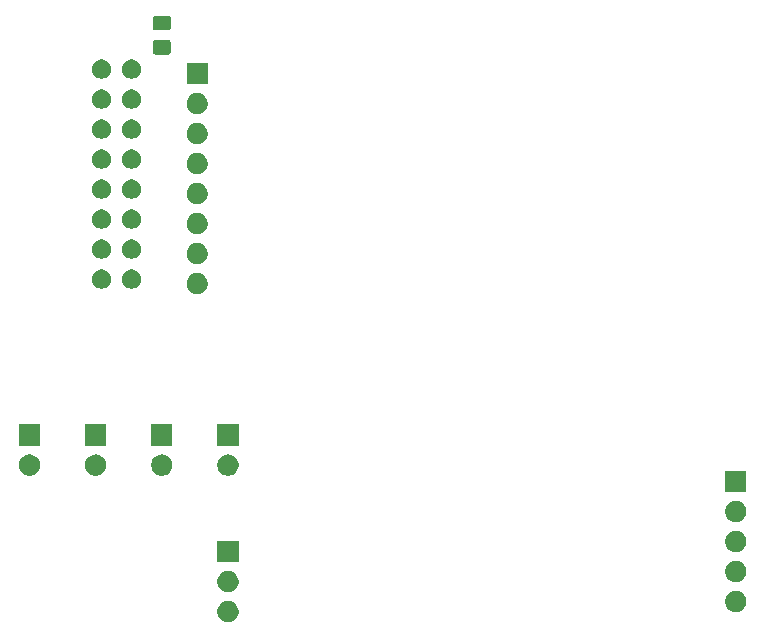
<source format=gts>
G04 #@! TF.GenerationSoftware,KiCad,Pcbnew,(5.1.5)-3*
G04 #@! TF.CreationDate,2020-04-23T23:50:09+02:00*
G04 #@! TF.ProjectId,User_Interface_Board,55736572-5f49-46e7-9465-72666163655f,rev?*
G04 #@! TF.SameCoordinates,Original*
G04 #@! TF.FileFunction,Soldermask,Top*
G04 #@! TF.FilePolarity,Negative*
%FSLAX46Y46*%
G04 Gerber Fmt 4.6, Leading zero omitted, Abs format (unit mm)*
G04 Created by KiCad (PCBNEW (5.1.5)-3) date 2020-04-23 23:50:09*
%MOMM*%
%LPD*%
G04 APERTURE LIST*
%ADD10C,0.100000*%
G04 APERTURE END LIST*
D10*
G36*
X149713512Y-115143927D02*
G01*
X149862812Y-115173624D01*
X150026784Y-115241544D01*
X150174354Y-115340147D01*
X150299853Y-115465646D01*
X150398456Y-115613216D01*
X150466376Y-115777188D01*
X150501000Y-115951259D01*
X150501000Y-116128741D01*
X150466376Y-116302812D01*
X150398456Y-116466784D01*
X150299853Y-116614354D01*
X150174354Y-116739853D01*
X150026784Y-116838456D01*
X149862812Y-116906376D01*
X149713512Y-116936073D01*
X149688742Y-116941000D01*
X149511258Y-116941000D01*
X149486488Y-116936073D01*
X149337188Y-116906376D01*
X149173216Y-116838456D01*
X149025646Y-116739853D01*
X148900147Y-116614354D01*
X148801544Y-116466784D01*
X148733624Y-116302812D01*
X148699000Y-116128741D01*
X148699000Y-115951259D01*
X148733624Y-115777188D01*
X148801544Y-115613216D01*
X148900147Y-115465646D01*
X149025646Y-115340147D01*
X149173216Y-115241544D01*
X149337188Y-115173624D01*
X149486488Y-115143927D01*
X149511258Y-115139000D01*
X149688742Y-115139000D01*
X149713512Y-115143927D01*
G37*
G36*
X192713512Y-114283927D02*
G01*
X192862812Y-114313624D01*
X193026784Y-114381544D01*
X193174354Y-114480147D01*
X193299853Y-114605646D01*
X193398456Y-114753216D01*
X193466376Y-114917188D01*
X193501000Y-115091259D01*
X193501000Y-115268741D01*
X193466376Y-115442812D01*
X193398456Y-115606784D01*
X193299853Y-115754354D01*
X193174354Y-115879853D01*
X193026784Y-115978456D01*
X192862812Y-116046376D01*
X192713512Y-116076073D01*
X192688742Y-116081000D01*
X192511258Y-116081000D01*
X192486488Y-116076073D01*
X192337188Y-116046376D01*
X192173216Y-115978456D01*
X192025646Y-115879853D01*
X191900147Y-115754354D01*
X191801544Y-115606784D01*
X191733624Y-115442812D01*
X191699000Y-115268741D01*
X191699000Y-115091259D01*
X191733624Y-114917188D01*
X191801544Y-114753216D01*
X191900147Y-114605646D01*
X192025646Y-114480147D01*
X192173216Y-114381544D01*
X192337188Y-114313624D01*
X192486488Y-114283927D01*
X192511258Y-114279000D01*
X192688742Y-114279000D01*
X192713512Y-114283927D01*
G37*
G36*
X149713512Y-112603927D02*
G01*
X149862812Y-112633624D01*
X150026784Y-112701544D01*
X150174354Y-112800147D01*
X150299853Y-112925646D01*
X150398456Y-113073216D01*
X150466376Y-113237188D01*
X150501000Y-113411259D01*
X150501000Y-113588741D01*
X150466376Y-113762812D01*
X150398456Y-113926784D01*
X150299853Y-114074354D01*
X150174354Y-114199853D01*
X150026784Y-114298456D01*
X149862812Y-114366376D01*
X149713512Y-114396073D01*
X149688742Y-114401000D01*
X149511258Y-114401000D01*
X149486488Y-114396073D01*
X149337188Y-114366376D01*
X149173216Y-114298456D01*
X149025646Y-114199853D01*
X148900147Y-114074354D01*
X148801544Y-113926784D01*
X148733624Y-113762812D01*
X148699000Y-113588741D01*
X148699000Y-113411259D01*
X148733624Y-113237188D01*
X148801544Y-113073216D01*
X148900147Y-112925646D01*
X149025646Y-112800147D01*
X149173216Y-112701544D01*
X149337188Y-112633624D01*
X149486488Y-112603927D01*
X149511258Y-112599000D01*
X149688742Y-112599000D01*
X149713512Y-112603927D01*
G37*
G36*
X192713512Y-111743927D02*
G01*
X192862812Y-111773624D01*
X193026784Y-111841544D01*
X193174354Y-111940147D01*
X193299853Y-112065646D01*
X193398456Y-112213216D01*
X193466376Y-112377188D01*
X193501000Y-112551259D01*
X193501000Y-112728741D01*
X193466376Y-112902812D01*
X193398456Y-113066784D01*
X193299853Y-113214354D01*
X193174354Y-113339853D01*
X193026784Y-113438456D01*
X192862812Y-113506376D01*
X192713512Y-113536073D01*
X192688742Y-113541000D01*
X192511258Y-113541000D01*
X192486488Y-113536073D01*
X192337188Y-113506376D01*
X192173216Y-113438456D01*
X192025646Y-113339853D01*
X191900147Y-113214354D01*
X191801544Y-113066784D01*
X191733624Y-112902812D01*
X191699000Y-112728741D01*
X191699000Y-112551259D01*
X191733624Y-112377188D01*
X191801544Y-112213216D01*
X191900147Y-112065646D01*
X192025646Y-111940147D01*
X192173216Y-111841544D01*
X192337188Y-111773624D01*
X192486488Y-111743927D01*
X192511258Y-111739000D01*
X192688742Y-111739000D01*
X192713512Y-111743927D01*
G37*
G36*
X150501000Y-111861000D02*
G01*
X148699000Y-111861000D01*
X148699000Y-110059000D01*
X150501000Y-110059000D01*
X150501000Y-111861000D01*
G37*
G36*
X192713512Y-109203927D02*
G01*
X192862812Y-109233624D01*
X193026784Y-109301544D01*
X193174354Y-109400147D01*
X193299853Y-109525646D01*
X193398456Y-109673216D01*
X193466376Y-109837188D01*
X193501000Y-110011259D01*
X193501000Y-110188741D01*
X193466376Y-110362812D01*
X193398456Y-110526784D01*
X193299853Y-110674354D01*
X193174354Y-110799853D01*
X193026784Y-110898456D01*
X192862812Y-110966376D01*
X192713512Y-110996073D01*
X192688742Y-111001000D01*
X192511258Y-111001000D01*
X192486488Y-110996073D01*
X192337188Y-110966376D01*
X192173216Y-110898456D01*
X192025646Y-110799853D01*
X191900147Y-110674354D01*
X191801544Y-110526784D01*
X191733624Y-110362812D01*
X191699000Y-110188741D01*
X191699000Y-110011259D01*
X191733624Y-109837188D01*
X191801544Y-109673216D01*
X191900147Y-109525646D01*
X192025646Y-109400147D01*
X192173216Y-109301544D01*
X192337188Y-109233624D01*
X192486488Y-109203927D01*
X192511258Y-109199000D01*
X192688742Y-109199000D01*
X192713512Y-109203927D01*
G37*
G36*
X192713512Y-106663927D02*
G01*
X192862812Y-106693624D01*
X193026784Y-106761544D01*
X193174354Y-106860147D01*
X193299853Y-106985646D01*
X193398456Y-107133216D01*
X193466376Y-107297188D01*
X193501000Y-107471259D01*
X193501000Y-107648741D01*
X193466376Y-107822812D01*
X193398456Y-107986784D01*
X193299853Y-108134354D01*
X193174354Y-108259853D01*
X193026784Y-108358456D01*
X192862812Y-108426376D01*
X192713512Y-108456073D01*
X192688742Y-108461000D01*
X192511258Y-108461000D01*
X192486488Y-108456073D01*
X192337188Y-108426376D01*
X192173216Y-108358456D01*
X192025646Y-108259853D01*
X191900147Y-108134354D01*
X191801544Y-107986784D01*
X191733624Y-107822812D01*
X191699000Y-107648741D01*
X191699000Y-107471259D01*
X191733624Y-107297188D01*
X191801544Y-107133216D01*
X191900147Y-106985646D01*
X192025646Y-106860147D01*
X192173216Y-106761544D01*
X192337188Y-106693624D01*
X192486488Y-106663927D01*
X192511258Y-106659000D01*
X192688742Y-106659000D01*
X192713512Y-106663927D01*
G37*
G36*
X193501000Y-105921000D02*
G01*
X191699000Y-105921000D01*
X191699000Y-104119000D01*
X193501000Y-104119000D01*
X193501000Y-105921000D01*
G37*
G36*
X149713512Y-102743927D02*
G01*
X149862812Y-102773624D01*
X150026784Y-102841544D01*
X150174354Y-102940147D01*
X150299853Y-103065646D01*
X150398456Y-103213216D01*
X150466376Y-103377188D01*
X150501000Y-103551259D01*
X150501000Y-103728741D01*
X150466376Y-103902812D01*
X150398456Y-104066784D01*
X150299853Y-104214354D01*
X150174354Y-104339853D01*
X150026784Y-104438456D01*
X149862812Y-104506376D01*
X149713512Y-104536073D01*
X149688742Y-104541000D01*
X149511258Y-104541000D01*
X149486488Y-104536073D01*
X149337188Y-104506376D01*
X149173216Y-104438456D01*
X149025646Y-104339853D01*
X148900147Y-104214354D01*
X148801544Y-104066784D01*
X148733624Y-103902812D01*
X148699000Y-103728741D01*
X148699000Y-103551259D01*
X148733624Y-103377188D01*
X148801544Y-103213216D01*
X148900147Y-103065646D01*
X149025646Y-102940147D01*
X149173216Y-102841544D01*
X149337188Y-102773624D01*
X149486488Y-102743927D01*
X149511258Y-102739000D01*
X149688742Y-102739000D01*
X149713512Y-102743927D01*
G37*
G36*
X138513512Y-102743927D02*
G01*
X138662812Y-102773624D01*
X138826784Y-102841544D01*
X138974354Y-102940147D01*
X139099853Y-103065646D01*
X139198456Y-103213216D01*
X139266376Y-103377188D01*
X139301000Y-103551259D01*
X139301000Y-103728741D01*
X139266376Y-103902812D01*
X139198456Y-104066784D01*
X139099853Y-104214354D01*
X138974354Y-104339853D01*
X138826784Y-104438456D01*
X138662812Y-104506376D01*
X138513512Y-104536073D01*
X138488742Y-104541000D01*
X138311258Y-104541000D01*
X138286488Y-104536073D01*
X138137188Y-104506376D01*
X137973216Y-104438456D01*
X137825646Y-104339853D01*
X137700147Y-104214354D01*
X137601544Y-104066784D01*
X137533624Y-103902812D01*
X137499000Y-103728741D01*
X137499000Y-103551259D01*
X137533624Y-103377188D01*
X137601544Y-103213216D01*
X137700147Y-103065646D01*
X137825646Y-102940147D01*
X137973216Y-102841544D01*
X138137188Y-102773624D01*
X138286488Y-102743927D01*
X138311258Y-102739000D01*
X138488742Y-102739000D01*
X138513512Y-102743927D01*
G37*
G36*
X144113512Y-102743927D02*
G01*
X144262812Y-102773624D01*
X144426784Y-102841544D01*
X144574354Y-102940147D01*
X144699853Y-103065646D01*
X144798456Y-103213216D01*
X144866376Y-103377188D01*
X144901000Y-103551259D01*
X144901000Y-103728741D01*
X144866376Y-103902812D01*
X144798456Y-104066784D01*
X144699853Y-104214354D01*
X144574354Y-104339853D01*
X144426784Y-104438456D01*
X144262812Y-104506376D01*
X144113512Y-104536073D01*
X144088742Y-104541000D01*
X143911258Y-104541000D01*
X143886488Y-104536073D01*
X143737188Y-104506376D01*
X143573216Y-104438456D01*
X143425646Y-104339853D01*
X143300147Y-104214354D01*
X143201544Y-104066784D01*
X143133624Y-103902812D01*
X143099000Y-103728741D01*
X143099000Y-103551259D01*
X143133624Y-103377188D01*
X143201544Y-103213216D01*
X143300147Y-103065646D01*
X143425646Y-102940147D01*
X143573216Y-102841544D01*
X143737188Y-102773624D01*
X143886488Y-102743927D01*
X143911258Y-102739000D01*
X144088742Y-102739000D01*
X144113512Y-102743927D01*
G37*
G36*
X132913512Y-102743927D02*
G01*
X133062812Y-102773624D01*
X133226784Y-102841544D01*
X133374354Y-102940147D01*
X133499853Y-103065646D01*
X133598456Y-103213216D01*
X133666376Y-103377188D01*
X133701000Y-103551259D01*
X133701000Y-103728741D01*
X133666376Y-103902812D01*
X133598456Y-104066784D01*
X133499853Y-104214354D01*
X133374354Y-104339853D01*
X133226784Y-104438456D01*
X133062812Y-104506376D01*
X132913512Y-104536073D01*
X132888742Y-104541000D01*
X132711258Y-104541000D01*
X132686488Y-104536073D01*
X132537188Y-104506376D01*
X132373216Y-104438456D01*
X132225646Y-104339853D01*
X132100147Y-104214354D01*
X132001544Y-104066784D01*
X131933624Y-103902812D01*
X131899000Y-103728741D01*
X131899000Y-103551259D01*
X131933624Y-103377188D01*
X132001544Y-103213216D01*
X132100147Y-103065646D01*
X132225646Y-102940147D01*
X132373216Y-102841544D01*
X132537188Y-102773624D01*
X132686488Y-102743927D01*
X132711258Y-102739000D01*
X132888742Y-102739000D01*
X132913512Y-102743927D01*
G37*
G36*
X139301000Y-102001000D02*
G01*
X137499000Y-102001000D01*
X137499000Y-100199000D01*
X139301000Y-100199000D01*
X139301000Y-102001000D01*
G37*
G36*
X144901000Y-102001000D02*
G01*
X143099000Y-102001000D01*
X143099000Y-100199000D01*
X144901000Y-100199000D01*
X144901000Y-102001000D01*
G37*
G36*
X150501000Y-102001000D02*
G01*
X148699000Y-102001000D01*
X148699000Y-100199000D01*
X150501000Y-100199000D01*
X150501000Y-102001000D01*
G37*
G36*
X133701000Y-102001000D02*
G01*
X131899000Y-102001000D01*
X131899000Y-100199000D01*
X133701000Y-100199000D01*
X133701000Y-102001000D01*
G37*
G36*
X147113512Y-87383927D02*
G01*
X147262812Y-87413624D01*
X147426784Y-87481544D01*
X147574354Y-87580147D01*
X147699853Y-87705646D01*
X147798456Y-87853216D01*
X147866376Y-88017188D01*
X147901000Y-88191259D01*
X147901000Y-88368741D01*
X147866376Y-88542812D01*
X147798456Y-88706784D01*
X147699853Y-88854354D01*
X147574354Y-88979853D01*
X147426784Y-89078456D01*
X147262812Y-89146376D01*
X147113512Y-89176073D01*
X147088742Y-89181000D01*
X146911258Y-89181000D01*
X146886488Y-89176073D01*
X146737188Y-89146376D01*
X146573216Y-89078456D01*
X146425646Y-88979853D01*
X146300147Y-88854354D01*
X146201544Y-88706784D01*
X146133624Y-88542812D01*
X146099000Y-88368741D01*
X146099000Y-88191259D01*
X146133624Y-88017188D01*
X146201544Y-87853216D01*
X146300147Y-87705646D01*
X146425646Y-87580147D01*
X146573216Y-87481544D01*
X146737188Y-87413624D01*
X146886488Y-87383927D01*
X146911258Y-87379000D01*
X147088742Y-87379000D01*
X147113512Y-87383927D01*
G37*
G36*
X141677142Y-87108242D02*
G01*
X141825101Y-87169529D01*
X141958255Y-87258499D01*
X142071501Y-87371745D01*
X142160471Y-87504899D01*
X142221758Y-87652858D01*
X142253000Y-87809925D01*
X142253000Y-87970075D01*
X142221758Y-88127142D01*
X142160471Y-88275101D01*
X142071501Y-88408255D01*
X141958255Y-88521501D01*
X141825101Y-88610471D01*
X141677142Y-88671758D01*
X141520075Y-88703000D01*
X141359925Y-88703000D01*
X141202858Y-88671758D01*
X141054899Y-88610471D01*
X140921745Y-88521501D01*
X140808499Y-88408255D01*
X140719529Y-88275101D01*
X140658242Y-88127142D01*
X140627000Y-87970075D01*
X140627000Y-87809925D01*
X140658242Y-87652858D01*
X140719529Y-87504899D01*
X140808499Y-87371745D01*
X140921745Y-87258499D01*
X141054899Y-87169529D01*
X141202858Y-87108242D01*
X141359925Y-87077000D01*
X141520075Y-87077000D01*
X141677142Y-87108242D01*
G37*
G36*
X139137142Y-87108242D02*
G01*
X139285101Y-87169529D01*
X139418255Y-87258499D01*
X139531501Y-87371745D01*
X139620471Y-87504899D01*
X139681758Y-87652858D01*
X139713000Y-87809925D01*
X139713000Y-87970075D01*
X139681758Y-88127142D01*
X139620471Y-88275101D01*
X139531501Y-88408255D01*
X139418255Y-88521501D01*
X139285101Y-88610471D01*
X139137142Y-88671758D01*
X138980075Y-88703000D01*
X138819925Y-88703000D01*
X138662858Y-88671758D01*
X138514899Y-88610471D01*
X138381745Y-88521501D01*
X138268499Y-88408255D01*
X138179529Y-88275101D01*
X138118242Y-88127142D01*
X138087000Y-87970075D01*
X138087000Y-87809925D01*
X138118242Y-87652858D01*
X138179529Y-87504899D01*
X138268499Y-87371745D01*
X138381745Y-87258499D01*
X138514899Y-87169529D01*
X138662858Y-87108242D01*
X138819925Y-87077000D01*
X138980075Y-87077000D01*
X139137142Y-87108242D01*
G37*
G36*
X147113512Y-84843927D02*
G01*
X147262812Y-84873624D01*
X147426784Y-84941544D01*
X147574354Y-85040147D01*
X147699853Y-85165646D01*
X147798456Y-85313216D01*
X147866376Y-85477188D01*
X147901000Y-85651259D01*
X147901000Y-85828741D01*
X147866376Y-86002812D01*
X147798456Y-86166784D01*
X147699853Y-86314354D01*
X147574354Y-86439853D01*
X147426784Y-86538456D01*
X147262812Y-86606376D01*
X147113512Y-86636073D01*
X147088742Y-86641000D01*
X146911258Y-86641000D01*
X146886488Y-86636073D01*
X146737188Y-86606376D01*
X146573216Y-86538456D01*
X146425646Y-86439853D01*
X146300147Y-86314354D01*
X146201544Y-86166784D01*
X146133624Y-86002812D01*
X146099000Y-85828741D01*
X146099000Y-85651259D01*
X146133624Y-85477188D01*
X146201544Y-85313216D01*
X146300147Y-85165646D01*
X146425646Y-85040147D01*
X146573216Y-84941544D01*
X146737188Y-84873624D01*
X146886488Y-84843927D01*
X146911258Y-84839000D01*
X147088742Y-84839000D01*
X147113512Y-84843927D01*
G37*
G36*
X141677142Y-84568242D02*
G01*
X141825101Y-84629529D01*
X141958255Y-84718499D01*
X142071501Y-84831745D01*
X142160471Y-84964899D01*
X142221758Y-85112858D01*
X142253000Y-85269925D01*
X142253000Y-85430075D01*
X142221758Y-85587142D01*
X142160471Y-85735101D01*
X142071501Y-85868255D01*
X141958255Y-85981501D01*
X141825101Y-86070471D01*
X141677142Y-86131758D01*
X141520075Y-86163000D01*
X141359925Y-86163000D01*
X141202858Y-86131758D01*
X141054899Y-86070471D01*
X140921745Y-85981501D01*
X140808499Y-85868255D01*
X140719529Y-85735101D01*
X140658242Y-85587142D01*
X140627000Y-85430075D01*
X140627000Y-85269925D01*
X140658242Y-85112858D01*
X140719529Y-84964899D01*
X140808499Y-84831745D01*
X140921745Y-84718499D01*
X141054899Y-84629529D01*
X141202858Y-84568242D01*
X141359925Y-84537000D01*
X141520075Y-84537000D01*
X141677142Y-84568242D01*
G37*
G36*
X139137142Y-84568242D02*
G01*
X139285101Y-84629529D01*
X139418255Y-84718499D01*
X139531501Y-84831745D01*
X139620471Y-84964899D01*
X139681758Y-85112858D01*
X139713000Y-85269925D01*
X139713000Y-85430075D01*
X139681758Y-85587142D01*
X139620471Y-85735101D01*
X139531501Y-85868255D01*
X139418255Y-85981501D01*
X139285101Y-86070471D01*
X139137142Y-86131758D01*
X138980075Y-86163000D01*
X138819925Y-86163000D01*
X138662858Y-86131758D01*
X138514899Y-86070471D01*
X138381745Y-85981501D01*
X138268499Y-85868255D01*
X138179529Y-85735101D01*
X138118242Y-85587142D01*
X138087000Y-85430075D01*
X138087000Y-85269925D01*
X138118242Y-85112858D01*
X138179529Y-84964899D01*
X138268499Y-84831745D01*
X138381745Y-84718499D01*
X138514899Y-84629529D01*
X138662858Y-84568242D01*
X138819925Y-84537000D01*
X138980075Y-84537000D01*
X139137142Y-84568242D01*
G37*
G36*
X147113512Y-82303927D02*
G01*
X147262812Y-82333624D01*
X147426784Y-82401544D01*
X147574354Y-82500147D01*
X147699853Y-82625646D01*
X147798456Y-82773216D01*
X147866376Y-82937188D01*
X147901000Y-83111259D01*
X147901000Y-83288741D01*
X147866376Y-83462812D01*
X147798456Y-83626784D01*
X147699853Y-83774354D01*
X147574354Y-83899853D01*
X147426784Y-83998456D01*
X147262812Y-84066376D01*
X147113512Y-84096073D01*
X147088742Y-84101000D01*
X146911258Y-84101000D01*
X146886488Y-84096073D01*
X146737188Y-84066376D01*
X146573216Y-83998456D01*
X146425646Y-83899853D01*
X146300147Y-83774354D01*
X146201544Y-83626784D01*
X146133624Y-83462812D01*
X146099000Y-83288741D01*
X146099000Y-83111259D01*
X146133624Y-82937188D01*
X146201544Y-82773216D01*
X146300147Y-82625646D01*
X146425646Y-82500147D01*
X146573216Y-82401544D01*
X146737188Y-82333624D01*
X146886488Y-82303927D01*
X146911258Y-82299000D01*
X147088742Y-82299000D01*
X147113512Y-82303927D01*
G37*
G36*
X139137142Y-82028242D02*
G01*
X139285101Y-82089529D01*
X139418255Y-82178499D01*
X139531501Y-82291745D01*
X139620471Y-82424899D01*
X139681758Y-82572858D01*
X139713000Y-82729925D01*
X139713000Y-82890075D01*
X139681758Y-83047142D01*
X139620471Y-83195101D01*
X139531501Y-83328255D01*
X139418255Y-83441501D01*
X139285101Y-83530471D01*
X139137142Y-83591758D01*
X138980075Y-83623000D01*
X138819925Y-83623000D01*
X138662858Y-83591758D01*
X138514899Y-83530471D01*
X138381745Y-83441501D01*
X138268499Y-83328255D01*
X138179529Y-83195101D01*
X138118242Y-83047142D01*
X138087000Y-82890075D01*
X138087000Y-82729925D01*
X138118242Y-82572858D01*
X138179529Y-82424899D01*
X138268499Y-82291745D01*
X138381745Y-82178499D01*
X138514899Y-82089529D01*
X138662858Y-82028242D01*
X138819925Y-81997000D01*
X138980075Y-81997000D01*
X139137142Y-82028242D01*
G37*
G36*
X141677142Y-82028242D02*
G01*
X141825101Y-82089529D01*
X141958255Y-82178499D01*
X142071501Y-82291745D01*
X142160471Y-82424899D01*
X142221758Y-82572858D01*
X142253000Y-82729925D01*
X142253000Y-82890075D01*
X142221758Y-83047142D01*
X142160471Y-83195101D01*
X142071501Y-83328255D01*
X141958255Y-83441501D01*
X141825101Y-83530471D01*
X141677142Y-83591758D01*
X141520075Y-83623000D01*
X141359925Y-83623000D01*
X141202858Y-83591758D01*
X141054899Y-83530471D01*
X140921745Y-83441501D01*
X140808499Y-83328255D01*
X140719529Y-83195101D01*
X140658242Y-83047142D01*
X140627000Y-82890075D01*
X140627000Y-82729925D01*
X140658242Y-82572858D01*
X140719529Y-82424899D01*
X140808499Y-82291745D01*
X140921745Y-82178499D01*
X141054899Y-82089529D01*
X141202858Y-82028242D01*
X141359925Y-81997000D01*
X141520075Y-81997000D01*
X141677142Y-82028242D01*
G37*
G36*
X147113512Y-79763927D02*
G01*
X147262812Y-79793624D01*
X147426784Y-79861544D01*
X147574354Y-79960147D01*
X147699853Y-80085646D01*
X147798456Y-80233216D01*
X147866376Y-80397188D01*
X147901000Y-80571259D01*
X147901000Y-80748741D01*
X147866376Y-80922812D01*
X147798456Y-81086784D01*
X147699853Y-81234354D01*
X147574354Y-81359853D01*
X147426784Y-81458456D01*
X147262812Y-81526376D01*
X147113512Y-81556073D01*
X147088742Y-81561000D01*
X146911258Y-81561000D01*
X146886488Y-81556073D01*
X146737188Y-81526376D01*
X146573216Y-81458456D01*
X146425646Y-81359853D01*
X146300147Y-81234354D01*
X146201544Y-81086784D01*
X146133624Y-80922812D01*
X146099000Y-80748741D01*
X146099000Y-80571259D01*
X146133624Y-80397188D01*
X146201544Y-80233216D01*
X146300147Y-80085646D01*
X146425646Y-79960147D01*
X146573216Y-79861544D01*
X146737188Y-79793624D01*
X146886488Y-79763927D01*
X146911258Y-79759000D01*
X147088742Y-79759000D01*
X147113512Y-79763927D01*
G37*
G36*
X139137142Y-79488242D02*
G01*
X139285101Y-79549529D01*
X139418255Y-79638499D01*
X139531501Y-79751745D01*
X139620471Y-79884899D01*
X139681758Y-80032858D01*
X139713000Y-80189925D01*
X139713000Y-80350075D01*
X139681758Y-80507142D01*
X139620471Y-80655101D01*
X139531501Y-80788255D01*
X139418255Y-80901501D01*
X139285101Y-80990471D01*
X139137142Y-81051758D01*
X138980075Y-81083000D01*
X138819925Y-81083000D01*
X138662858Y-81051758D01*
X138514899Y-80990471D01*
X138381745Y-80901501D01*
X138268499Y-80788255D01*
X138179529Y-80655101D01*
X138118242Y-80507142D01*
X138087000Y-80350075D01*
X138087000Y-80189925D01*
X138118242Y-80032858D01*
X138179529Y-79884899D01*
X138268499Y-79751745D01*
X138381745Y-79638499D01*
X138514899Y-79549529D01*
X138662858Y-79488242D01*
X138819925Y-79457000D01*
X138980075Y-79457000D01*
X139137142Y-79488242D01*
G37*
G36*
X141677142Y-79488242D02*
G01*
X141825101Y-79549529D01*
X141958255Y-79638499D01*
X142071501Y-79751745D01*
X142160471Y-79884899D01*
X142221758Y-80032858D01*
X142253000Y-80189925D01*
X142253000Y-80350075D01*
X142221758Y-80507142D01*
X142160471Y-80655101D01*
X142071501Y-80788255D01*
X141958255Y-80901501D01*
X141825101Y-80990471D01*
X141677142Y-81051758D01*
X141520075Y-81083000D01*
X141359925Y-81083000D01*
X141202858Y-81051758D01*
X141054899Y-80990471D01*
X140921745Y-80901501D01*
X140808499Y-80788255D01*
X140719529Y-80655101D01*
X140658242Y-80507142D01*
X140627000Y-80350075D01*
X140627000Y-80189925D01*
X140658242Y-80032858D01*
X140719529Y-79884899D01*
X140808499Y-79751745D01*
X140921745Y-79638499D01*
X141054899Y-79549529D01*
X141202858Y-79488242D01*
X141359925Y-79457000D01*
X141520075Y-79457000D01*
X141677142Y-79488242D01*
G37*
G36*
X147113512Y-77223927D02*
G01*
X147262812Y-77253624D01*
X147426784Y-77321544D01*
X147574354Y-77420147D01*
X147699853Y-77545646D01*
X147798456Y-77693216D01*
X147866376Y-77857188D01*
X147901000Y-78031259D01*
X147901000Y-78208741D01*
X147866376Y-78382812D01*
X147798456Y-78546784D01*
X147699853Y-78694354D01*
X147574354Y-78819853D01*
X147426784Y-78918456D01*
X147262812Y-78986376D01*
X147113512Y-79016073D01*
X147088742Y-79021000D01*
X146911258Y-79021000D01*
X146886488Y-79016073D01*
X146737188Y-78986376D01*
X146573216Y-78918456D01*
X146425646Y-78819853D01*
X146300147Y-78694354D01*
X146201544Y-78546784D01*
X146133624Y-78382812D01*
X146099000Y-78208741D01*
X146099000Y-78031259D01*
X146133624Y-77857188D01*
X146201544Y-77693216D01*
X146300147Y-77545646D01*
X146425646Y-77420147D01*
X146573216Y-77321544D01*
X146737188Y-77253624D01*
X146886488Y-77223927D01*
X146911258Y-77219000D01*
X147088742Y-77219000D01*
X147113512Y-77223927D01*
G37*
G36*
X141677142Y-76948242D02*
G01*
X141825101Y-77009529D01*
X141958255Y-77098499D01*
X142071501Y-77211745D01*
X142160471Y-77344899D01*
X142221758Y-77492858D01*
X142253000Y-77649925D01*
X142253000Y-77810075D01*
X142221758Y-77967142D01*
X142160471Y-78115101D01*
X142071501Y-78248255D01*
X141958255Y-78361501D01*
X141825101Y-78450471D01*
X141677142Y-78511758D01*
X141520075Y-78543000D01*
X141359925Y-78543000D01*
X141202858Y-78511758D01*
X141054899Y-78450471D01*
X140921745Y-78361501D01*
X140808499Y-78248255D01*
X140719529Y-78115101D01*
X140658242Y-77967142D01*
X140627000Y-77810075D01*
X140627000Y-77649925D01*
X140658242Y-77492858D01*
X140719529Y-77344899D01*
X140808499Y-77211745D01*
X140921745Y-77098499D01*
X141054899Y-77009529D01*
X141202858Y-76948242D01*
X141359925Y-76917000D01*
X141520075Y-76917000D01*
X141677142Y-76948242D01*
G37*
G36*
X139137142Y-76948242D02*
G01*
X139285101Y-77009529D01*
X139418255Y-77098499D01*
X139531501Y-77211745D01*
X139620471Y-77344899D01*
X139681758Y-77492858D01*
X139713000Y-77649925D01*
X139713000Y-77810075D01*
X139681758Y-77967142D01*
X139620471Y-78115101D01*
X139531501Y-78248255D01*
X139418255Y-78361501D01*
X139285101Y-78450471D01*
X139137142Y-78511758D01*
X138980075Y-78543000D01*
X138819925Y-78543000D01*
X138662858Y-78511758D01*
X138514899Y-78450471D01*
X138381745Y-78361501D01*
X138268499Y-78248255D01*
X138179529Y-78115101D01*
X138118242Y-77967142D01*
X138087000Y-77810075D01*
X138087000Y-77649925D01*
X138118242Y-77492858D01*
X138179529Y-77344899D01*
X138268499Y-77211745D01*
X138381745Y-77098499D01*
X138514899Y-77009529D01*
X138662858Y-76948242D01*
X138819925Y-76917000D01*
X138980075Y-76917000D01*
X139137142Y-76948242D01*
G37*
G36*
X147113512Y-74683927D02*
G01*
X147262812Y-74713624D01*
X147426784Y-74781544D01*
X147574354Y-74880147D01*
X147699853Y-75005646D01*
X147798456Y-75153216D01*
X147866376Y-75317188D01*
X147901000Y-75491259D01*
X147901000Y-75668741D01*
X147866376Y-75842812D01*
X147798456Y-76006784D01*
X147699853Y-76154354D01*
X147574354Y-76279853D01*
X147426784Y-76378456D01*
X147262812Y-76446376D01*
X147113512Y-76476073D01*
X147088742Y-76481000D01*
X146911258Y-76481000D01*
X146886488Y-76476073D01*
X146737188Y-76446376D01*
X146573216Y-76378456D01*
X146425646Y-76279853D01*
X146300147Y-76154354D01*
X146201544Y-76006784D01*
X146133624Y-75842812D01*
X146099000Y-75668741D01*
X146099000Y-75491259D01*
X146133624Y-75317188D01*
X146201544Y-75153216D01*
X146300147Y-75005646D01*
X146425646Y-74880147D01*
X146573216Y-74781544D01*
X146737188Y-74713624D01*
X146886488Y-74683927D01*
X146911258Y-74679000D01*
X147088742Y-74679000D01*
X147113512Y-74683927D01*
G37*
G36*
X141677142Y-74408242D02*
G01*
X141825101Y-74469529D01*
X141958255Y-74558499D01*
X142071501Y-74671745D01*
X142160471Y-74804899D01*
X142221758Y-74952858D01*
X142253000Y-75109925D01*
X142253000Y-75270075D01*
X142221758Y-75427142D01*
X142160471Y-75575101D01*
X142071501Y-75708255D01*
X141958255Y-75821501D01*
X141825101Y-75910471D01*
X141677142Y-75971758D01*
X141520075Y-76003000D01*
X141359925Y-76003000D01*
X141202858Y-75971758D01*
X141054899Y-75910471D01*
X140921745Y-75821501D01*
X140808499Y-75708255D01*
X140719529Y-75575101D01*
X140658242Y-75427142D01*
X140627000Y-75270075D01*
X140627000Y-75109925D01*
X140658242Y-74952858D01*
X140719529Y-74804899D01*
X140808499Y-74671745D01*
X140921745Y-74558499D01*
X141054899Y-74469529D01*
X141202858Y-74408242D01*
X141359925Y-74377000D01*
X141520075Y-74377000D01*
X141677142Y-74408242D01*
G37*
G36*
X139137142Y-74408242D02*
G01*
X139285101Y-74469529D01*
X139418255Y-74558499D01*
X139531501Y-74671745D01*
X139620471Y-74804899D01*
X139681758Y-74952858D01*
X139713000Y-75109925D01*
X139713000Y-75270075D01*
X139681758Y-75427142D01*
X139620471Y-75575101D01*
X139531501Y-75708255D01*
X139418255Y-75821501D01*
X139285101Y-75910471D01*
X139137142Y-75971758D01*
X138980075Y-76003000D01*
X138819925Y-76003000D01*
X138662858Y-75971758D01*
X138514899Y-75910471D01*
X138381745Y-75821501D01*
X138268499Y-75708255D01*
X138179529Y-75575101D01*
X138118242Y-75427142D01*
X138087000Y-75270075D01*
X138087000Y-75109925D01*
X138118242Y-74952858D01*
X138179529Y-74804899D01*
X138268499Y-74671745D01*
X138381745Y-74558499D01*
X138514899Y-74469529D01*
X138662858Y-74408242D01*
X138819925Y-74377000D01*
X138980075Y-74377000D01*
X139137142Y-74408242D01*
G37*
G36*
X147113512Y-72143927D02*
G01*
X147262812Y-72173624D01*
X147426784Y-72241544D01*
X147574354Y-72340147D01*
X147699853Y-72465646D01*
X147798456Y-72613216D01*
X147866376Y-72777188D01*
X147901000Y-72951259D01*
X147901000Y-73128741D01*
X147866376Y-73302812D01*
X147798456Y-73466784D01*
X147699853Y-73614354D01*
X147574354Y-73739853D01*
X147426784Y-73838456D01*
X147262812Y-73906376D01*
X147113512Y-73936073D01*
X147088742Y-73941000D01*
X146911258Y-73941000D01*
X146886488Y-73936073D01*
X146737188Y-73906376D01*
X146573216Y-73838456D01*
X146425646Y-73739853D01*
X146300147Y-73614354D01*
X146201544Y-73466784D01*
X146133624Y-73302812D01*
X146099000Y-73128741D01*
X146099000Y-72951259D01*
X146133624Y-72777188D01*
X146201544Y-72613216D01*
X146300147Y-72465646D01*
X146425646Y-72340147D01*
X146573216Y-72241544D01*
X146737188Y-72173624D01*
X146886488Y-72143927D01*
X146911258Y-72139000D01*
X147088742Y-72139000D01*
X147113512Y-72143927D01*
G37*
G36*
X139137142Y-71868242D02*
G01*
X139285101Y-71929529D01*
X139418255Y-72018499D01*
X139531501Y-72131745D01*
X139620471Y-72264899D01*
X139681758Y-72412858D01*
X139713000Y-72569925D01*
X139713000Y-72730075D01*
X139681758Y-72887142D01*
X139620471Y-73035101D01*
X139531501Y-73168255D01*
X139418255Y-73281501D01*
X139285101Y-73370471D01*
X139137142Y-73431758D01*
X138980075Y-73463000D01*
X138819925Y-73463000D01*
X138662858Y-73431758D01*
X138514899Y-73370471D01*
X138381745Y-73281501D01*
X138268499Y-73168255D01*
X138179529Y-73035101D01*
X138118242Y-72887142D01*
X138087000Y-72730075D01*
X138087000Y-72569925D01*
X138118242Y-72412858D01*
X138179529Y-72264899D01*
X138268499Y-72131745D01*
X138381745Y-72018499D01*
X138514899Y-71929529D01*
X138662858Y-71868242D01*
X138819925Y-71837000D01*
X138980075Y-71837000D01*
X139137142Y-71868242D01*
G37*
G36*
X141677142Y-71868242D02*
G01*
X141825101Y-71929529D01*
X141958255Y-72018499D01*
X142071501Y-72131745D01*
X142160471Y-72264899D01*
X142221758Y-72412858D01*
X142253000Y-72569925D01*
X142253000Y-72730075D01*
X142221758Y-72887142D01*
X142160471Y-73035101D01*
X142071501Y-73168255D01*
X141958255Y-73281501D01*
X141825101Y-73370471D01*
X141677142Y-73431758D01*
X141520075Y-73463000D01*
X141359925Y-73463000D01*
X141202858Y-73431758D01*
X141054899Y-73370471D01*
X140921745Y-73281501D01*
X140808499Y-73168255D01*
X140719529Y-73035101D01*
X140658242Y-72887142D01*
X140627000Y-72730075D01*
X140627000Y-72569925D01*
X140658242Y-72412858D01*
X140719529Y-72264899D01*
X140808499Y-72131745D01*
X140921745Y-72018499D01*
X141054899Y-71929529D01*
X141202858Y-71868242D01*
X141359925Y-71837000D01*
X141520075Y-71837000D01*
X141677142Y-71868242D01*
G37*
G36*
X147901000Y-71401000D02*
G01*
X146099000Y-71401000D01*
X146099000Y-69599000D01*
X147901000Y-69599000D01*
X147901000Y-71401000D01*
G37*
G36*
X141677142Y-69328242D02*
G01*
X141825101Y-69389529D01*
X141958255Y-69478499D01*
X142071501Y-69591745D01*
X142160471Y-69724899D01*
X142221758Y-69872858D01*
X142253000Y-70029925D01*
X142253000Y-70190075D01*
X142221758Y-70347142D01*
X142160471Y-70495101D01*
X142071501Y-70628255D01*
X141958255Y-70741501D01*
X141825101Y-70830471D01*
X141677142Y-70891758D01*
X141520075Y-70923000D01*
X141359925Y-70923000D01*
X141202858Y-70891758D01*
X141054899Y-70830471D01*
X140921745Y-70741501D01*
X140808499Y-70628255D01*
X140719529Y-70495101D01*
X140658242Y-70347142D01*
X140627000Y-70190075D01*
X140627000Y-70029925D01*
X140658242Y-69872858D01*
X140719529Y-69724899D01*
X140808499Y-69591745D01*
X140921745Y-69478499D01*
X141054899Y-69389529D01*
X141202858Y-69328242D01*
X141359925Y-69297000D01*
X141520075Y-69297000D01*
X141677142Y-69328242D01*
G37*
G36*
X139137142Y-69328242D02*
G01*
X139285101Y-69389529D01*
X139418255Y-69478499D01*
X139531501Y-69591745D01*
X139620471Y-69724899D01*
X139681758Y-69872858D01*
X139713000Y-70029925D01*
X139713000Y-70190075D01*
X139681758Y-70347142D01*
X139620471Y-70495101D01*
X139531501Y-70628255D01*
X139418255Y-70741501D01*
X139285101Y-70830471D01*
X139137142Y-70891758D01*
X138980075Y-70923000D01*
X138819925Y-70923000D01*
X138662858Y-70891758D01*
X138514899Y-70830471D01*
X138381745Y-70741501D01*
X138268499Y-70628255D01*
X138179529Y-70495101D01*
X138118242Y-70347142D01*
X138087000Y-70190075D01*
X138087000Y-70029925D01*
X138118242Y-69872858D01*
X138179529Y-69724899D01*
X138268499Y-69591745D01*
X138381745Y-69478499D01*
X138514899Y-69389529D01*
X138662858Y-69328242D01*
X138819925Y-69297000D01*
X138980075Y-69297000D01*
X139137142Y-69328242D01*
G37*
G36*
X144588674Y-67628465D02*
G01*
X144626367Y-67639899D01*
X144661103Y-67658466D01*
X144691548Y-67683452D01*
X144716534Y-67713897D01*
X144735101Y-67748633D01*
X144746535Y-67786326D01*
X144751000Y-67831661D01*
X144751000Y-68668339D01*
X144746535Y-68713674D01*
X144735101Y-68751367D01*
X144716534Y-68786103D01*
X144691548Y-68816548D01*
X144661103Y-68841534D01*
X144626367Y-68860101D01*
X144588674Y-68871535D01*
X144543339Y-68876000D01*
X143456661Y-68876000D01*
X143411326Y-68871535D01*
X143373633Y-68860101D01*
X143338897Y-68841534D01*
X143308452Y-68816548D01*
X143283466Y-68786103D01*
X143264899Y-68751367D01*
X143253465Y-68713674D01*
X143249000Y-68668339D01*
X143249000Y-67831661D01*
X143253465Y-67786326D01*
X143264899Y-67748633D01*
X143283466Y-67713897D01*
X143308452Y-67683452D01*
X143338897Y-67658466D01*
X143373633Y-67639899D01*
X143411326Y-67628465D01*
X143456661Y-67624000D01*
X144543339Y-67624000D01*
X144588674Y-67628465D01*
G37*
G36*
X144589148Y-65578454D02*
G01*
X144626728Y-65589854D01*
X144661364Y-65608367D01*
X144691720Y-65633280D01*
X144716633Y-65663636D01*
X144735146Y-65698272D01*
X144746546Y-65735852D01*
X144751000Y-65781075D01*
X144751000Y-66618925D01*
X144746546Y-66664148D01*
X144735146Y-66701728D01*
X144716633Y-66736364D01*
X144691720Y-66766720D01*
X144661364Y-66791633D01*
X144626728Y-66810146D01*
X144589148Y-66821546D01*
X144543925Y-66826000D01*
X143456075Y-66826000D01*
X143410852Y-66821546D01*
X143373272Y-66810146D01*
X143338636Y-66791633D01*
X143308280Y-66766720D01*
X143283367Y-66736364D01*
X143264854Y-66701728D01*
X143253454Y-66664148D01*
X143249000Y-66618925D01*
X143249000Y-65781075D01*
X143253454Y-65735852D01*
X143264854Y-65698272D01*
X143283367Y-65663636D01*
X143308280Y-65633280D01*
X143338636Y-65608367D01*
X143373272Y-65589854D01*
X143410852Y-65578454D01*
X143456075Y-65574000D01*
X144543925Y-65574000D01*
X144589148Y-65578454D01*
G37*
M02*

</source>
